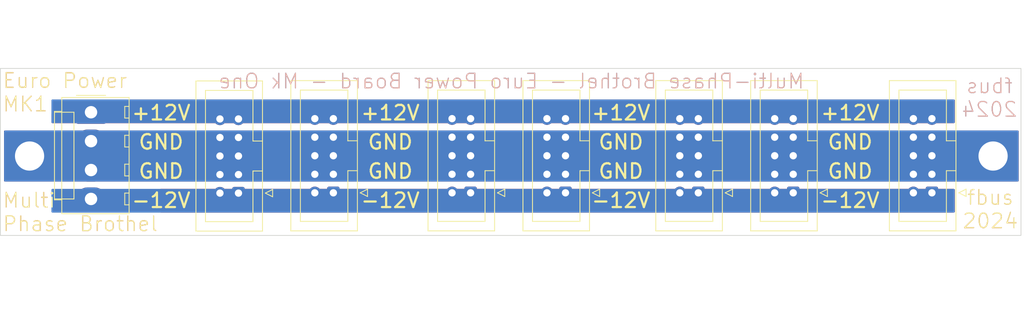
<source format=kicad_pcb>
(kicad_pcb (version 20240108) (generator "pcbnew") (generator_version "8.0")
  (title_block (title "Multi-Phase Brothel - Euro Power Board - Mk One") (date "2024-08-26") (rev "Mk One") (company "fbus"))
  (layers (0 "F.Cu" signal) (31 "B.Cu" signal) (34 "B.Paste" user) (35 "F.Paste" user) (36 "B.SilkS" user "B.Silkscreen") (37 "F.SilkS" user "F.Silkscreen") (38 "B.Mask" user) (39 "F.Mask" user) (44 "Edge.Cuts" user))
  (net 0 "")
  (net 1 "+12V")
  (net 2 "GND")
  (net 3 "-12V")
  (footprint "Connector_IDC:IDC-Header_2x05_P2.54mm_Vertical" (layer "F.Cu") (at 103.6 107.6 180)
    (property "Reference" "REF**" (hide yes))
    (property "Value" "IDC-Header_2x05_P2.54mm_Vertical")
    (fp_line (start 5.83 15.37) (end -3.29 15.37) (stroke (width 0.12)) (layer "F.SilkS"))
    (fp_line (start 5.83 -5.21) (end 5.83 15.37) (stroke (width 0.12)) (layer "F.SilkS"))
    (fp_line (start 4.52 14.07) (end -1.98 14.07) (stroke (width 0.12)) (layer "F.SilkS"))
    (fp_line (start 4.52 -3.91) (end 4.52 14.07) (stroke (width 0.12)) (layer "F.SilkS"))
    (fp_line (start -1.98 14.07) (end -1.98 7.13) (stroke (width 0.12)) (layer "F.SilkS"))
    (fp_line (start -1.98 7.13) (end -1.98 7.13) (stroke (width 0.12)) (layer "F.SilkS"))
    (fp_line (start -1.98 7.13) (end -3.29 7.13) (stroke (width 0.12)) (layer "F.SilkS"))
    (fp_line (start -1.98 3.03) (end -1.98 -3.91) (stroke (width 0.12)) (layer "F.SilkS"))
    (fp_line (start -1.98 -3.91) (end 4.52 -3.91) (stroke (width 0.12)) (layer "F.SilkS"))
    (fp_line (start -3.29 15.37) (end -3.29 -5.21) (stroke (width 0.12)) (layer "F.SilkS"))
    (fp_line (start -3.29 3.03) (end -1.98 3.03) (stroke (width 0.12)) (layer "F.SilkS"))
    (fp_line (start -3.29 -5.21) (end 5.83 -5.21) (stroke (width 0.12)) (layer "F.SilkS"))
    (fp_line (start -3.68 0) (end -4.68 -0.5) (stroke (width 0.12)) (layer "F.SilkS"))
    (fp_line (start -4.68 0.5) (end -3.68 0) (stroke (width 0.12)) (layer "F.SilkS"))
    (fp_line (start -4.68 -0.5) (end -4.68 0.5) (stroke (width 0.12)) (layer "F.SilkS"))
    (pad "1" thru_hole roundrect (at 0 0 180) (size 1.7 1.7) (drill 1) (layers "*.Cu" "*.Mask") (roundrect_rratio 0.147059) (net 3 "-12V"))
    (pad "2" thru_hole circle (at 2.54 0 180) (size 1.7 1.7) (drill 1) (layers "*.Cu" "*.Mask") (net 3 "-12V"))
    (pad "3" thru_hole circle (at 0 2.54 180) (size 1.7 1.7) (drill 1) (layers "*.Cu" "*.Mask") (net 2 "GND"))
    (pad "4" thru_hole circle (at 2.54 2.54 180) (size 1.7 1.7) (drill 1) (layers "*.Cu" "*.Mask") (net 2 "GND"))
    (pad "5" thru_hole circle (at 0 5.08 180) (size 1.7 1.7) (drill 1) (layers "*.Cu" "*.Mask") (net 2 "GND"))
    (pad "6" thru_hole circle (at 2.54 5.08 180) (size 1.7 1.7) (drill 1) (layers "*.Cu" "*.Mask") (net 2 "GND"))
    (pad "7" thru_hole circle (at 0 7.62 180) (size 1.7 1.7) (drill 1) (layers "*.Cu" "*.Mask") (net 2 "GND"))
    (pad "8" thru_hole circle (at 2.54 7.62 180) (size 1.7 1.7) (drill 1) (layers "*.Cu" "*.Mask") (net 2 "GND"))
    (pad "9" thru_hole circle (at 0 10.16 180) (size 1.7 1.7) (drill 1) (layers "*.Cu" "*.Mask") (net 1 "+12V"))
    (pad "10" thru_hole circle (at 2.54 10.16 180) (size 1.7 1.7) (drill 1) (layers "*.Cu" "*.Mask") (net 1 "+12V"))
  )
  (footprint "Connector_IDC:IDC-Header_2x05_P2.54mm_Vertical" (layer "F.Cu") (at 135.4 107.56 180)
    (property "Reference" "REF**" (hide yes))
    (property "Value" "IDC-Header_2x05_P2.54mm_Vertical")
    (fp_line (start 5.83 15.37) (end -3.29 15.37) (stroke (width 0.12)) (layer "F.SilkS"))
    (fp_line (start 5.83 -5.21) (end 5.83 15.37) (stroke (width 0.12)) (layer "F.SilkS"))
    (fp_line (start 4.52 14.07) (end -1.98 14.07) (stroke (width 0.12)) (layer "F.SilkS"))
    (fp_line (start 4.52 -3.91) (end 4.52 14.07) (stroke (width 0.12)) (layer "F.SilkS"))
    (fp_line (start -1.98 14.07) (end -1.98 7.13) (stroke (width 0.12)) (layer "F.SilkS"))
    (fp_line (start -1.98 7.13) (end -1.98 7.13) (stroke (width 0.12)) (layer "F.SilkS"))
    (fp_line (start -1.98 7.13) (end -3.29 7.13) (stroke (width 0.12)) (layer "F.SilkS"))
    (fp_line (start -1.98 3.03) (end -1.98 -3.91) (stroke (width 0.12)) (layer "F.SilkS"))
    (fp_line (start -1.98 -3.91) (end 4.52 -3.91) (stroke (width 0.12)) (layer "F.SilkS"))
    (fp_line (start -3.29 15.37) (end -3.29 -5.21) (stroke (width 0.12)) (layer "F.SilkS"))
    (fp_line (start -3.29 3.03) (end -1.98 3.03) (stroke (width 0.12)) (layer "F.SilkS"))
    (fp_line (start -3.29 -5.21) (end 5.83 -5.21) (stroke (width 0.12)) (layer "F.SilkS"))
    (fp_line (start -3.68 0) (end -4.68 -0.5) (stroke (width 0.12)) (layer "F.SilkS"))
    (fp_line (start -4.68 0.5) (end -3.68 0) (stroke (width 0.12)) (layer "F.SilkS"))
    (fp_line (start -4.68 -0.5) (end -4.68 0.5) (stroke (width 0.12)) (layer "F.SilkS"))
    (pad "1" thru_hole roundrect (at 0 0 180) (size 1.7 1.7) (drill 1) (layers "*.Cu" "*.Mask") (roundrect_rratio 0.147059) (net 3 "-12V"))
    (pad "2" thru_hole circle (at 2.54 0 180) (size 1.7 1.7) (drill 1) (layers "*.Cu" "*.Mask") (net 3 "-12V"))
    (pad "3" thru_hole circle (at 0 2.54 180) (size 1.7 1.7) (drill 1) (layers "*.Cu" "*.Mask") (net 2 "GND"))
    (pad "4" thru_hole circle (at 2.54 2.54 180) (size 1.7 1.7) (drill 1) (layers "*.Cu" "*.Mask") (net 2 "GND"))
    (pad "5" thru_hole circle (at 0 5.08 180) (size 1.7 1.7) (drill 1) (layers "*.Cu" "*.Mask") (net 2 "GND"))
    (pad "6" thru_hole circle (at 2.54 5.08 180) (size 1.7 1.7) (drill 1) (layers "*.Cu" "*.Mask") (net 2 "GND"))
    (pad "7" thru_hole circle (at 0 7.62 180) (size 1.7 1.7) (drill 1) (layers "*.Cu" "*.Mask") (net 2 "GND"))
    (pad "8" thru_hole circle (at 2.54 7.62 180) (size 1.7 1.7) (drill 1) (layers "*.Cu" "*.Mask") (net 2 "GND"))
    (pad "9" thru_hole circle (at 0 10.16 180) (size 1.7 1.7) (drill 1) (layers "*.Cu" "*.Mask") (net 1 "+12V"))
    (pad "10" thru_hole circle (at 2.54 10.16 180) (size 1.7 1.7) (drill 1) (layers "*.Cu" "*.Mask") (net 1 "+12V"))
  )
  (footprint "Connector_IDC:IDC-Header_2x05_P2.54mm_Vertical" (layer "F.Cu") (at 166.6 107.56 180)
    (property "Reference" "REF**" (hide yes))
    (property "Value" "IDC-Header_2x05_P2.54mm_Vertical")
    (fp_line (start 5.83 15.37) (end -3.29 15.37) (stroke (width 0.12)) (layer "F.SilkS"))
    (fp_line (start 5.83 -5.21) (end 5.83 15.37) (stroke (width 0.12)) (layer "F.SilkS"))
    (fp_line (start 4.52 14.07) (end -1.98 14.07) (stroke (width 0.12)) (layer "F.SilkS"))
    (fp_line (start 4.52 -3.91) (end 4.52 14.07) (stroke (width 0.12)) (layer "F.SilkS"))
    (fp_line (start -1.98 14.07) (end -1.98 7.13) (stroke (width 0.12)) (layer "F.SilkS"))
    (fp_line (start -1.98 7.13) (end -1.98 7.13) (stroke (width 0.12)) (layer "F.SilkS"))
    (fp_line (start -1.98 7.13) (end -3.29 7.13) (stroke (width 0.12)) (layer "F.SilkS"))
    (fp_line (start -1.98 3.03) (end -1.98 -3.91) (stroke (width 0.12)) (layer "F.SilkS"))
    (fp_line (start -1.98 -3.91) (end 4.52 -3.91) (stroke (width 0.12)) (layer "F.SilkS"))
    (fp_line (start -3.29 15.37) (end -3.29 -5.21) (stroke (width 0.12)) (layer "F.SilkS"))
    (fp_line (start -3.29 3.03) (end -1.98 3.03) (stroke (width 0.12)) (layer "F.SilkS"))
    (fp_line (start -3.29 -5.21) (end 5.83 -5.21) (stroke (width 0.12)) (layer "F.SilkS"))
    (fp_line (start -3.68 0) (end -4.68 -0.5) (stroke (width 0.12)) (layer "F.SilkS"))
    (fp_line (start -4.68 0.5) (end -3.68 0) (stroke (width 0.12)) (layer "F.SilkS"))
    (fp_line (start -4.68 -0.5) (end -4.68 0.5) (stroke (width 0.12)) (layer "F.SilkS"))
    (pad "1" thru_hole roundrect (at 0 0 180) (size 1.7 1.7) (drill 1) (layers "*.Cu" "*.Mask") (roundrect_rratio 0.147059) (net 3 "-12V"))
    (pad "2" thru_hole circle (at 2.54 0 180) (size 1.7 1.7) (drill 1) (layers "*.Cu" "*.Mask") (net 3 "-12V"))
    (pad "3" thru_hole circle (at 0 2.54 180) (size 1.7 1.7) (drill 1) (layers "*.Cu" "*.Mask") (net 2 "GND"))
    (pad "4" thru_hole circle (at 2.54 2.54 180) (size 1.7 1.7) (drill 1) (layers "*.Cu" "*.Mask") (net 2 "GND"))
    (pad "5" thru_hole circle (at 0 5.08 180) (size 1.7 1.7) (drill 1) (layers "*.Cu" "*.Mask") (net 2 "GND"))
    (pad "6" thru_hole circle (at 2.54 5.08 180) (size 1.7 1.7) (drill 1) (layers "*.Cu" "*.Mask") (net 2 "GND"))
    (pad "7" thru_hole circle (at 0 7.62 180) (size 1.7 1.7) (drill 1) (layers "*.Cu" "*.Mask") (net 2 "GND"))
    (pad "8" thru_hole circle (at 2.54 7.62 180) (size 1.7 1.7) (drill 1) (layers "*.Cu" "*.Mask") (net 2 "GND"))
    (pad "9" thru_hole circle (at 0 10.16 180) (size 1.7 1.7) (drill 1) (layers "*.Cu" "*.Mask") (net 1 "+12V"))
    (pad "10" thru_hole circle (at 2.54 10.16 180) (size 1.7 1.7) (drill 1) (layers "*.Cu" "*.Mask") (net 1 "+12V"))
  )
  (footprint "Connector_Molex:Molex_KK-396_A-41791-0004_1x04_P3.96mm_Vertical" (layer "F.Cu") (at 83.4 96.52 -90)
    (property "Reference" "REF**" (hide yes))
    (property "Value" "Molex_KK-396_A-41791-0004_1x04_P3.96mm_Vertical")
    (fp_line (start -0.115 5.01) (end -0.115 4.005) (stroke (width 0.12)) (layer "F.SilkS"))
    (fp_line (start 0 5.01) (end 0 4.01) (stroke (width 0.12)) (layer "F.SilkS"))
    (fp_line (start 11.995 5.01) (end -0.115 5.01) (stroke (width 0.12)) (layer "F.SilkS"))
    (fp_line (start 0 4.01) (end 11.88 4.01) (stroke (width 0.12)) (layer "F.SilkS"))
    (fp_line (start 0 4.01) (end 0 2.34) (stroke (width 0.12)) (layer "F.SilkS"))
    (fp_line (start 11.88 4.01) (end 11.88 5.01) (stroke (width 0.12)) (layer "F.SilkS"))
    (fp_line (start -2.02 4.005) (end -2.02 -5.22) (stroke (width 0.12)) (layer "F.SilkS"))
    (fp_line (start -0.115 4.005) (end -2.02 4.005) (stroke (width 0.12)) (layer "F.SilkS"))
    (fp_line (start 11.995 4.005) (end 11.995 5.01) (stroke (width 0.12)) (layer "F.SilkS"))
    (fp_line (start 13.9 4.005) (end 11.995 4.005) (stroke (width 0.12)) (layer "F.SilkS"))
    (fp_line (start 0 2.34) (end 11.88 2.34) (stroke (width 0.12)) (layer "F.SilkS"))
    (fp_line (start 11.88 2.34) (end 11.88 4.01) (stroke (width 0.12)) (layer "F.SilkS"))
    (fp_line (start -2.31 -2) (end -2.31 2) (stroke (width 0.12)) (layer "F.SilkS"))
    (fp_line (start -0.8 -4.62) (end 0.8 -4.62) (stroke (width 0.12)) (layer "F.SilkS"))
    (fp_line (start 0.8 -4.62) (end 0.8 -5.22) (stroke (width 0.12)) (layer "F.SilkS"))
    (fp_line (start 3.16 -4.62) (end 4.76 -4.62) (stroke (width 0.12)) (layer "F.SilkS"))
    (fp_line (start 4.76 -4.62) (end 4.76 -5.22) (stroke (width 0.12)) (layer "F.SilkS"))
    (fp_line (start 7.12 -4.62) (end 8.72 -4.62) (stroke (width 0.12)) (layer "F.SilkS"))
    (fp_line (start 8.72 -4.62) (end 8.72 -5.22) (stroke (width 0.12)) (layer "F.SilkS"))
    (fp_line (start 11.08 -4.62) (end 12.68 -4.62) (stroke (width 0.12)) (layer "F.SilkS"))
    (fp_line (start 12.68 -4.62) (end 12.68 -5.22) (stroke (width 0.12)) (layer "F.SilkS"))
    (fp_line (start -2.02 -5.22) (end 13.9 -5.22) (stroke (width 0.12)) (layer "F.SilkS"))
    (fp_line (start -0.8 -5.22) (end -0.8 -4.62) (stroke (width 0.12)) (layer "F.SilkS"))
    (fp_line (start 3.16 -5.22) (end 3.16 -4.62) (stroke (width 0.12)) (layer "F.SilkS"))
    (fp_line (start 7.12 -5.22) (end 7.12 -4.62) (stroke (width 0.12)) (layer "F.SilkS"))
    (fp_line (start 11.08 -5.22) (end 11.08 -4.62) (stroke (width 0.12)) (layer "F.SilkS"))
    (fp_line (start 13.9 -5.22) (end 13.9 4.005) (stroke (width 0.12)) (layer "F.SilkS"))
    (pad "1" thru_hole roundrect (at 0 0 270) (size 3.16 4.1) (drill 1.7) (layers "*.Cu" "*.Mask") (roundrect_rratio 0.07911392405) (net 1 "+12V"))
    (pad "2" thru_hole oval (at 3.96 0 270) (size 3.16 4.1) (drill 1.7) (layers "*.Cu" "*.Mask") (net 2 "GND"))
    (pad "3" thru_hole oval (at 7.92 0 270) (size 3.16 4.1) (drill 1.7) (layers "*.Cu" "*.Mask") (net 2 "GND"))
    (pad "4" thru_hole oval (at 11.88 0 270) (size 3.16 4.1) (drill 1.7) (layers "*.Cu" "*.Mask") (net 3 "-12V"))
  )
  (footprint "Connector_IDC:IDC-Header_2x05_P2.54mm_Vertical" (layer "F.Cu") (at 198.6 107.56 180)
    (property "Reference" "REF**" (hide yes))
    (property "Value" "IDC-Header_2x05_P2.54mm_Vertical")
    (fp_line (start 5.83 15.37) (end -3.29 15.37) (stroke (width 0.12)) (layer "F.SilkS"))
    (fp_line (start 5.83 -5.21) (end 5.83 15.37) (stroke (width 0.12)) (layer "F.SilkS"))
    (fp_line (start 4.52 14.07) (end -1.98 14.07) (stroke (width 0.12)) (layer "F.SilkS"))
    (fp_line (start 4.52 -3.91) (end 4.52 14.07) (stroke (width 0.12)) (layer "F.SilkS"))
    (fp_line (start -1.98 14.07) (end -1.98 7.13) (stroke (width 0.12)) (layer "F.SilkS"))
    (fp_line (start -1.98 7.13) (end -1.98 7.13) (stroke (width 0.12)) (layer "F.SilkS"))
    (fp_line (start -1.98 7.13) (end -3.29 7.13) (stroke (width 0.12)) (layer "F.SilkS"))
    (fp_line (start -1.98 3.03) (end -1.98 -3.91) (stroke (width 0.12)) (layer "F.SilkS"))
    (fp_line (start -1.98 -3.91) (end 4.52 -3.91) (stroke (width 0.12)) (layer "F.SilkS"))
    (fp_line (start -3.29 15.37) (end -3.29 -5.21) (stroke (width 0.12)) (layer "F.SilkS"))
    (fp_line (start -3.29 3.03) (end -1.98 3.03) (stroke (width 0.12)) (layer "F.SilkS"))
    (fp_line (start -3.29 -5.21) (end 5.83 -5.21) (stroke (width 0.12)) (layer "F.SilkS"))
    (fp_line (start -3.68 0) (end -4.68 -0.5) (stroke (width 0.12)) (layer "F.SilkS"))
    (fp_line (start -4.68 0.5) (end -3.68 0) (stroke (width 0.12)) (layer "F.SilkS"))
    (fp_line (start -4.68 -0.5) (end -4.68 0.5) (stroke (width 0.12)) (layer "F.SilkS"))
    (pad "1" thru_hole roundrect (at 0 0 180) (size 1.7 1.7) (drill 1) (layers "*.Cu" "*.Mask") (roundrect_rratio 0.147059) (net 3 "-12V"))
    (pad "2" thru_hole circle (at 2.54 0 180) (size 1.7 1.7) (drill 1) (layers "*.Cu" "*.Mask") (net 3 "-12V"))
    (pad "3" thru_hole circle (at 0 2.54 180) (size 1.7 1.7) (drill 1) (layers "*.Cu" "*.Mask") (net 2 "GND"))
    (pad "4" thru_hole circle (at 2.54 2.54 180) (size 1.7 1.7) (drill 1) (layers "*.Cu" "*.Mask") (net 2 "GND"))
    (pad "5" thru_hole circle (at 0 5.08 180) (size 1.7 1.7) (drill 1) (layers "*.Cu" "*.Mask") (net 2 "GND"))
    (pad "6" thru_hole circle (at 2.54 5.08 180) (size 1.7 1.7) (drill 1) (layers "*.Cu" "*.Mask") (net 2 "GND"))
    (pad "7" thru_hole circle (at 0 7.62 180) (size 1.7 1.7) (drill 1) (layers "*.Cu" "*.Mask") (net 2 "GND"))
    (pad "8" thru_hole circle (at 2.54 7.62 180) (size 1.7 1.7) (drill 1) (layers "*.Cu" "*.Mask") (net 2 "GND"))
    (pad "9" thru_hole circle (at 0 10.16 180) (size 1.7 1.7) (drill 1) (layers "*.Cu" "*.Mask") (net 1 "+12V"))
    (pad "10" thru_hole circle (at 2.54 10.16 180) (size 1.7 1.7) (drill 1) (layers "*.Cu" "*.Mask") (net 1 "+12V"))
  )
  (footprint "Connector_IDC:IDC-Header_2x05_P2.54mm_Vertical" (layer "F.Cu") (at 179.6 107.56 180)
    (property "Reference" "REF**" (hide yes))
    (property "Value" "IDC-Header_2x05_P2.54mm_Vertical")
    (fp_line (start 5.83 15.37) (end -3.29 15.37) (stroke (width 0.12)) (layer "F.SilkS"))
    (fp_line (start 5.83 -5.21) (end 5.83 15.37) (stroke (width 0.12)) (layer "F.SilkS"))
    (fp_line (start 4.52 14.07) (end -1.98 14.07) (stroke (width 0.12)) (layer "F.SilkS"))
    (fp_line (start 4.52 -3.91) (end 4.52 14.07) (stroke (width 0.12)) (layer "F.SilkS"))
    (fp_line (start -1.98 14.07) (end -1.98 7.13) (stroke (width 0.12)) (layer "F.SilkS"))
    (fp_line (start -1.98 7.13) (end -1.98 7.13) (stroke (width 0.12)) (layer "F.SilkS"))
    (fp_line (start -1.98 7.13) (end -3.29 7.13) (stroke (width 0.12)) (layer "F.SilkS"))
    (fp_line (start -1.98 3.03) (end -1.98 -3.91) (stroke (width 0.12)) (layer "F.SilkS"))
    (fp_line (start -1.98 -3.91) (end 4.52 -3.91) (stroke (width 0.12)) (layer "F.SilkS"))
    (fp_line (start -3.29 15.37) (end -3.29 -5.21) (stroke (width 0.12)) (layer "F.SilkS"))
    (fp_line (start -3.29 3.03) (end -1.98 3.03) (stroke (width 0.12)) (layer "F.SilkS"))
    (fp_line (start -3.29 -5.21) (end 5.83 -5.21) (stroke (width 0.12)) (layer "F.SilkS"))
    (fp_line (start -3.68 0) (end -4.68 -0.5) (stroke (width 0.12)) (layer "F.SilkS"))
    (fp_line (start -4.68 0.5) (end -3.68 0) (stroke (width 0.12)) (layer "F.SilkS"))
    (fp_line (start -4.68 -0.5) (end -4.68 0.5) (stroke (width 0.12)) (layer "F.SilkS"))
    (pad "1" thru_hole roundrect (at 0 0 180) (size 1.7 1.7) (drill 1) (layers "*.Cu" "*.Mask") (roundrect_rratio 0.147059) (net 3 "-12V"))
    (pad "2" thru_hole circle (at 2.54 0 180) (size 1.7 1.7) (drill 1) (layers "*.Cu" "*.Mask") (net 3 "-12V"))
    (pad "3" thru_hole circle (at 0 2.54 180) (size 1.7 1.7) (drill 1) (layers "*.Cu" "*.Mask") (net 2 "GND"))
    (pad "4" thru_hole circle (at 2.54 2.54 180) (size 1.7 1.7) (drill 1) (layers "*.Cu" "*.Mask") (net 2 "GND"))
    (pad "5" thru_hole circle (at 0 5.08 180) (size 1.7 1.7) (drill 1) (layers "*.Cu" "*.Mask") (net 2 "GND"))
    (pad "6" thru_hole circle (at 2.54 5.08 180) (size 1.7 1.7) (drill 1) (layers "*.Cu" "*.Mask") (net 2 "GND"))
    (pad "7" thru_hole circle (at 0 7.62 180) (size 1.7 1.7) (drill 1) (layers "*.Cu" "*.Mask") (net 2 "GND"))
    (pad "8" thru_hole circle (at 2.54 7.62 180) (size 1.7 1.7) (drill 1) (layers "*.Cu" "*.Mask") (net 2 "GND"))
    (pad "9" thru_hole circle (at 0 10.16 180) (size 1.7 1.7) (drill 1) (layers "*.Cu" "*.Mask") (net 1 "+12V"))
    (pad "10" thru_hole circle (at 2.54 10.16 180) (size 1.7 1.7) (drill 1) (layers "*.Cu" "*.Mask") (net 1 "+12V"))
  )
  (footprint "Connector_IDC:IDC-Header_2x05_P2.54mm_Vertical" (layer "F.Cu") (at 116.6 107.56 180)
    (property "Reference" "REF**" (hide yes))
    (property "Value" "IDC-Header_2x05_P2.54mm_Vertical")
    (fp_line (start 5.83 15.37) (end -3.29 15.37) (stroke (width 0.12)) (layer "F.SilkS"))
    (fp_line (start 5.83 -5.21) (end 5.83 15.37) (stroke (width 0.12)) (layer "F.SilkS"))
    (fp_line (start 4.52 14.07) (end -1.98 14.07) (stroke (width 0.12)) (layer "F.SilkS"))
    (fp_line (start 4.52 -3.91) (end 4.52 14.07) (stroke (width 0.12)) (layer "F.SilkS"))
    (fp_line (start -1.98 14.07) (end -1.98 7.13) (stroke (width 0.12)) (layer "F.SilkS"))
    (fp_line (start -1.98 7.13) (end -1.98 7.13) (stroke (width 0.12)) (layer "F.SilkS"))
    (fp_line (start -1.98 7.13) (end -3.29 7.13) (stroke (width 0.12)) (layer "F.SilkS"))
    (fp_line (start -1.98 3.03) (end -1.98 -3.91) (stroke (width 0.12)) (layer "F.SilkS"))
    (fp_line (start -1.98 -3.91) (end 4.52 -3.91) (stroke (width 0.12)) (layer "F.SilkS"))
    (fp_line (start -3.29 15.37) (end -3.29 -5.21) (stroke (width 0.12)) (layer "F.SilkS"))
    (fp_line (start -3.29 3.03) (end -1.98 3.03) (stroke (width 0.12)) (layer "F.SilkS"))
    (fp_line (start -3.29 -5.21) (end 5.83 -5.21) (stroke (width 0.12)) (layer "F.SilkS"))
    (fp_line (start -3.68 0) (end -4.68 -0.5) (stroke (width 0.12)) (layer "F.SilkS"))
    (fp_line (start -4.68 0.5) (end -3.68 0) (stroke (width 0.12)) (layer "F.SilkS"))
    (fp_line (start -4.68 -0.5) (end -4.68 0.5) (stroke (width 0.12)) (layer "F.SilkS"))
    (pad "1" thru_hole roundrect (at 0 0 180) (size 1.7 1.7) (drill 1) (layers "*.Cu" "*.Mask") (roundrect_rratio 0.147059) (net 3 "-12V"))
    (pad "2" thru_hole circle (at 2.54 0 180) (size 1.7 1.7) (drill 1) (layers "*.Cu" "*.Mask") (net 3 "-12V"))
    (pad "3" thru_hole circle (at 0 2.54 180) (size 1.7 1.7) (drill 1) (layers "*.Cu" "*.Mask") (net 2 "GND"))
    (pad "4" thru_hole circle (at 2.54 2.54 180) (size 1.7 1.7) (drill 1) (layers "*.Cu" "*.Mask") (net 2 "GND"))
    (pad "5" thru_hole circle (at 0 5.08 180) (size 1.7 1.7) (drill 1) (layers "*.Cu" "*.Mask") (net 2 "GND"))
    (pad "6" thru_hole circle (at 2.54 5.08 180) (size 1.7 1.7) (drill 1) (layers "*.Cu" "*.Mask") (net 2 "GND"))
    (pad "7" thru_hole circle (at 0 7.62 180) (size 1.7 1.7) (drill 1) (layers "*.Cu" "*.Mask") (net 2 "GND"))
    (pad "8" thru_hole circle (at 2.54 7.62 180) (size 1.7 1.7) (drill 1) (layers "*.Cu" "*.Mask") (net 2 "GND"))
    (pad "9" thru_hole circle (at 0 10.16 180) (size 1.7 1.7) (drill 1) (layers "*.Cu" "*.Mask") (net 1 "+12V"))
    (pad "10" thru_hole circle (at 2.54 10.16 180) (size 1.7 1.7) (drill 1) (layers "*.Cu" "*.Mask") (net 1 "+12V"))
  )
  (footprint "Connector_IDC:IDC-Header_2x05_P2.54mm_Vertical" (layer "F.Cu") (at 148.4 107.56 180)
    (property "Reference" "REF**" (hide yes))
    (property "Value" "IDC-Header_2x05_P2.54mm_Vertical")
    (fp_line (start 5.83 15.37) (end -3.29 15.37) (stroke (width 0.12)) (layer "F.SilkS"))
    (fp_line (start 5.83 -5.21) (end 5.83 15.37) (stroke (width 0.12)) (layer "F.SilkS"))
    (fp_line (start 4.52 14.07) (end -1.98 14.07) (stroke (width 0.12)) (layer "F.SilkS"))
    (fp_line (start 4.52 -3.91) (end 4.52 14.07) (stroke (width 0.12)) (layer "F.SilkS"))
    (fp_line (start -1.98 14.07) (end -1.98 7.13) (stroke (width 0.12)) (layer "F.SilkS"))
    (fp_line (start -1.98 7.13) (end -1.98 7.13) (stroke (width 0.12)) (layer "F.SilkS"))
    (fp_line (start -1.98 7.13) (end -3.29 7.13) (stroke (width 0.12)) (layer "F.SilkS"))
    (fp_line (start -1.98 3.03) (end -1.98 -3.91) (stroke (width 0.12)) (layer "F.SilkS"))
    (fp_line (start -1.98 -3.91) (end 4.52 -3.91) (stroke (width 0.12)) (layer "F.SilkS"))
    (fp_line (start -3.29 15.37) (end -3.29 -5.21) (stroke (width 0.12)) (layer "F.SilkS"))
    (fp_line (start -3.29 3.03) (end -1.98 3.03) (stroke (width 0.12)) (layer "F.SilkS"))
    (fp_line (start -3.29 -5.21) (end 5.83 -5.21) (stroke (width 0.12)) (layer "F.SilkS"))
    (fp_line (start -3.68 0) (end -4.68 -0.5) (stroke (width 0.12)) (layer "F.SilkS"))
    (fp_line (start -4.68 0.5) (end -3.68 0) (stroke (width 0.12)) (layer "F.SilkS"))
    (fp_line (start -4.68 -0.5) (end -4.68 0.5) (stroke (width 0.12)) (layer "F.SilkS"))
    (pad "1" thru_hole roundrect (at 0 0 180) (size 1.7 1.7) (drill 1) (layers "*.Cu" "*.Mask") (roundrect_rratio 0.147059) (net 3 "-12V"))
    (pad "2" thru_hole circle (at 2.54 0 180) (size 1.7 1.7) (drill 1) (layers "*.Cu" "*.Mask") (net 3 "-12V"))
    (pad "3" thru_hole circle (at 0 2.54 180) (size 1.7 1.7) (drill 1) (layers "*.Cu" "*.Mask") (net 2 "GND"))
    (pad "4" thru_hole circle (at 2.54 2.54 180) (size 1.7 1.7) (drill 1) (layers "*.Cu" "*.Mask") (net 2 "GND"))
    (pad "5" thru_hole circle (at 0 5.08 180) (size 1.7 1.7) (drill 1) (layers "*.Cu" "*.Mask") (net 2 "GND"))
    (pad "6" thru_hole circle (at 2.54 5.08 180) (size 1.7 1.7) (drill 1) (layers "*.Cu" "*.Mask") (net 2 "GND"))
    (pad "7" thru_hole circle (at 0 7.62 180) (size 1.7 1.7) (drill 1) (layers "*.Cu" "*.Mask") (net 2 "GND"))
    (pad "8" thru_hole circle (at 2.54 7.62 180) (size 1.7 1.7) (drill 1) (layers "*.Cu" "*.Mask") (net 2 "GND"))
    (pad "9" thru_hole circle (at 0 10.16 180) (size 1.7 1.7) (drill 1) (layers "*.Cu" "*.Mask") (net 1 "+12V"))
    (pad "10" thru_hole circle (at 2.54 10.16 180) (size 1.7 1.7) (drill 1) (layers "*.Cu" "*.Mask") (net 1 "+12V"))
  )
  (gr_rect (start 70.98 90.52) (end 210.8 113.4) (stroke (width 0.1)) (fill none) (layer "Edge.Cuts"))
  (gr_text "Euro Power\nMK1" (at 71.2 93.8 0) (layer "F.Cu") (effects (font (size 2 2)) (justify left)))
  (gr_text "fbus\n2024" (at 206.6 109.8 -0) (layer "F.Cu") (effects (font (size 2 2))))
  (gr_text "Multi\nPhase Brothel" (at 71.2 110.2 0) (layer "F.Cu") (effects (font (size 2 2)) (justify left)))
  (gr_text "Multi-Phase Brothel - Euro Power Board - Mk One" (at 140.98 92.27 0) (layer "B.Cu") (effects (font (size 2 2)) (justify mirror)))
  (gr_text "fbus\n2024" (at 206.48 94.52 0) (layer "B.Cu") (effects (font (size 2 2)) (justify mirror)))
  (gr_text "Multi-Phase Brothel - Euro Power Board - Mk One" (at 140.98 92.27 0) (layer "B.SilkS") (effects (font (size 2 2)) (justify mirror)))
  (gr_text "fbus\n2024" (at 206.48 94.52 0) (layer "B.SilkS") (effects (font (size 2 2)) (justify mirror)))
  (gr_text "-12V" (at 124.4 108.6 0) (layer "F.SilkS") (effects (font (size 2 2) (thickness 0.3))))
  (gr_text "GND" (at 124.4 100.6 0) (layer "F.SilkS") (effects (font (size 2 2) (thickness 0.3))))
  (gr_text "+12V" (at 93 96.6 0) (layer "F.SilkS") (effects (font (size 2 2) (thickness 0.3))))
  (gr_text "GND" (at 187.4 100.6 0) (layer "F.SilkS") (effects (font (size 2 2) (thickness 0.3))))
  (gr_text "GND" (at 156 100.6 0) (layer "F.SilkS") (effects (font (size 2 2) (thickness 0.3))))
  (gr_text "GND" (at 93 104.6 0) (layer "F.SilkS") (effects (font (size 2 2) (thickness 0.3))))
  (gr_text "fbus\n2024" (at 206.6 109.8 -0) (layer "F.SilkS") (effects (font (size 2 2))))
  (gr_text "-12V" (at 187.4 108.6 0) (layer "F.SilkS") (effects (font (size 2 2) (thickness 0.3))))
  (gr_text "+12V" (at 187.4 96.6 0) (layer "F.SilkS") (effects (font (size 2 2) (thickness 0.3))))
  (gr_text "+12V" (at 156 96.6 0) (layer "F.SilkS") (effects (font (size 2 2) (thickness 0.3))))
  (gr_text "+12V" (at 124.4 96.6 0) (layer "F.SilkS") (effects (font (size 2 2) (thickness 0.3))))
  (gr_text "GND" (at 124.4 104.6 0) (layer "F.SilkS") (effects (font (size 2 2) (thickness 0.3))))
  (gr_text "-12V" (at 93 108.6 0) (layer "F.SilkS") (effects (font (size 2 2) (thickness 0.3))))
  (gr_text "Euro Power\nMK1" (at 71.2 93.8 0) (layer "F.SilkS") (effects (font (size 2 2)) (justify left)))
  (gr_text "GND" (at 156 104.6 0) (layer "F.SilkS") (effects (font (size 2 2) (thickness 0.3))))
  (gr_text "-12V" (at 156 108.6 0) (layer "F.SilkS") (effects (font (size 2 2) (thickness 0.3))))
  (gr_text "Multi\nPhase Brothel" (at 71.2 110.2 0) (layer "F.SilkS") (effects (font (size 2 2)) (justify left)))
  (gr_text "GND" (at 187.4 104.6 0) (layer "F.SilkS") (effects (font (size 2 2) (thickness 0.3))))
  (gr_text "GND" (at 93 100.6 0) (layer "F.SilkS") (effects (font (size 2 2) (thickness 0.3))))
  (via (at 74.98 102.52) (size 5) (drill 4) (layers "F.Cu" "B.Cu") (net 2))
  (via (at 206.98 102.52) (size 5) (drill 4) (layers "F.Cu" "B.Cu") (net 2))
  (zone (net 1) (net_name "+12V") (layers "F&B.Cu") (connect_pads yes (clearance 0)) (min_thickness 0.254) (fill yes (thermal_gap 0.508) (thermal_bridge_width 0.508))
    (polygon (pts (xy 77.98 98.02) (xy 77.98 94.77) (xy 201.73 94.77) (xy 201.73 98.02)))
  )
  (zone (net 2) (net_name "GND") (layers "F&B.Cu") (connect_pads yes (clearance 0.508)) (min_thickness 0.254) (fill yes (thermal_gap 0.508) (thermal_bridge_width 0.508))
    (polygon (pts (xy 71.48 106.02) (xy 71.48 99.02) (xy 210.48 99.02) (xy 210.48 106.02)))
  )
  (zone (net 3) (net_name "-12V") (layers "F&B.Cu") (connect_pads yes (clearance 0.508)) (min_thickness 0.254) (fill yes (thermal_gap 0.508) (thermal_bridge_width 0.508))
    (polygon (pts (xy 77.98 110.27) (xy 77.98 107.02) (xy 201.73 107.02) (xy 201.73 110.27)))
  )
)
</source>
